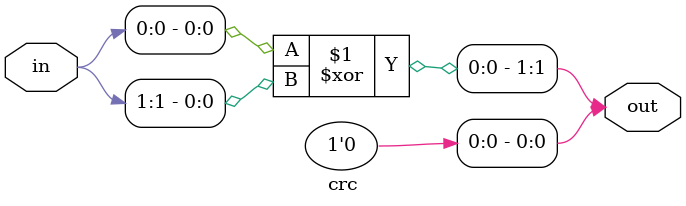
<source format=v>
module crc (
    input [1:0] in,
    output[1:0] out // FIXME THIS is the cause, the output being multi-bit
);
    assign out = {in[0] ^ in[1], 1'd0};
endmodule

</source>
